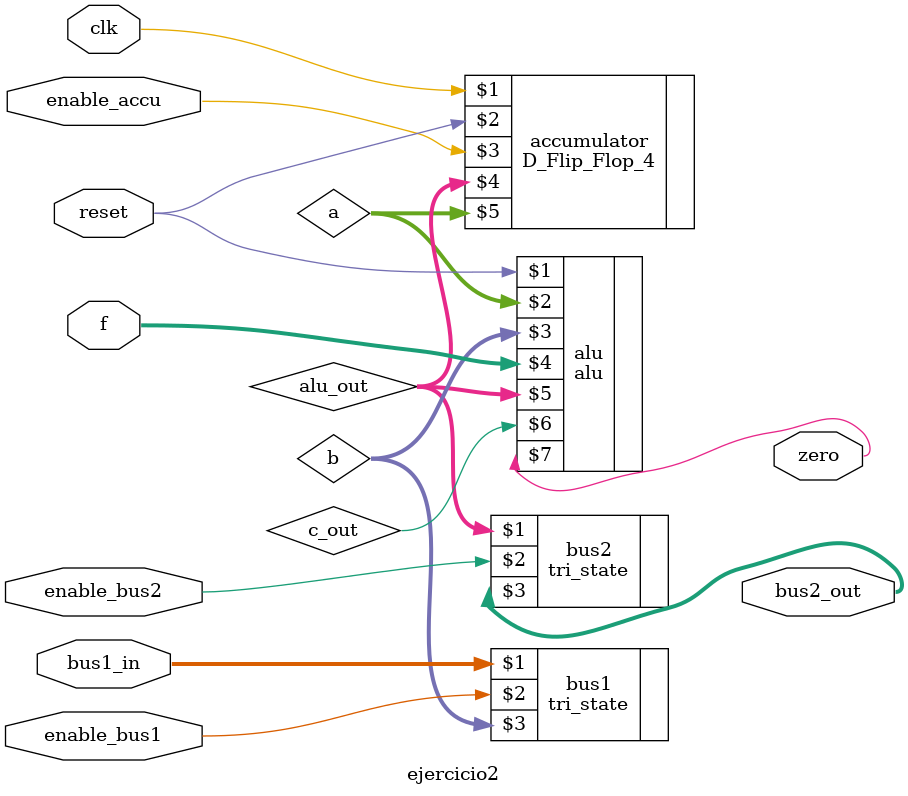
<source format=v>
module ejercicio2(input clk, reset, enable_accu, enable_bus1, enable_bus2,
                   input [3:0] bus1_in,
                   input [2:0] f,
                   output zero,
                   output[3:0] bus2_out);
  wire [3:0] alu_out;
  wire c_out;
  wire [3:0] a, b;

  D_Flip_Flop_4 accumulator(clk, reset, enable_accu, alu_out, a);
  alu alu(reset, a, b, f, alu_out, c_out, zero);
  tri_state bus1(bus1_in, enable_bus1, b);
  tri_state bus2(alu_out, enable_bus2, bus2_out);
endmodule

</source>
